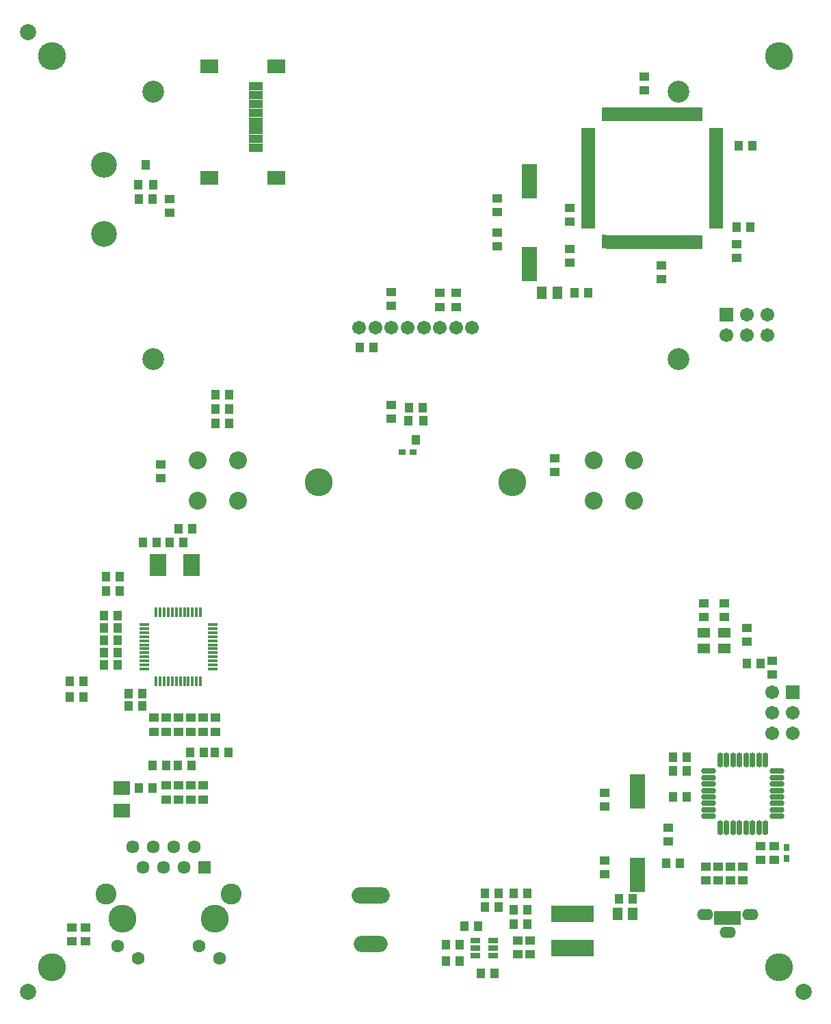
<source format=gbs>
G04 Layer_Color=16711935*
%FSLAX24Y24*%
%MOIN*%
G70*
G01*
G75*
%ADD70R,0.0474X0.0395*%
%ADD71R,0.0395X0.0474*%
%ADD72C,0.0787*%
%ADD79C,0.1360*%
%ADD80C,0.0039*%
%ADD81O,0.1655X0.0789*%
%ADD82O,0.1852X0.0789*%
%ADD83C,0.1261*%
%ADD84C,0.0671*%
%ADD85C,0.1064*%
%ADD86C,0.0867*%
%ADD87R,0.0634X0.0634*%
%ADD88C,0.0634*%
%ADD89C,0.1025*%
%ADD90C,0.0630*%
%ADD91O,0.0789X0.0552*%
%ADD92R,0.0671X0.0671*%
%ADD93R,0.0671X0.0671*%
%ADD94R,0.0887X0.0671*%
%ADD95R,0.0671X0.0395*%
%ADD96O,0.1220X0.0354*%
%ADD97O,0.1417X0.0354*%
%ADD98R,0.0671X0.0198*%
%ADD99R,0.0198X0.0671*%
%ADD100R,0.0730X0.1655*%
%ADD101R,0.0474X0.0631*%
%ADD102R,0.0415X0.0474*%
%ADD103R,0.0415X0.0474*%
%ADD104R,0.0356X0.0257*%
%ADD105R,0.0828X0.1064*%
%ADD106R,0.0474X0.0159*%
%ADD107R,0.0159X0.0474*%
%ADD108R,0.0789X0.0710*%
%ADD109R,0.0497X0.0316*%
%ADD110R,0.2088X0.0828*%
%ADD111R,0.0257X0.0671*%
%ADD112O,0.0730X0.0297*%
%ADD113O,0.0297X0.0730*%
%ADD114R,0.0257X0.0356*%
%ADD115R,0.0631X0.0474*%
D70*
X-4944Y6194D02*
D03*
Y6864D02*
D03*
X-2890Y7866D02*
D03*
Y7197D02*
D03*
X-10464Y7181D02*
D03*
Y6512D02*
D03*
Y9812D02*
D03*
Y10481D02*
D03*
X-14117Y3259D02*
D03*
Y2590D02*
D03*
X-14717Y3259D02*
D03*
Y2590D02*
D03*
X-30650Y13454D02*
D03*
Y14124D02*
D03*
X-32450Y13454D02*
D03*
Y14124D02*
D03*
X-30640Y10824D02*
D03*
Y10154D02*
D03*
X-31850Y10824D02*
D03*
Y10154D02*
D03*
X-31250Y10824D02*
D03*
Y10154D02*
D03*
X-20866Y34213D02*
D03*
Y34882D02*
D03*
X-4644Y19720D02*
D03*
X-4644Y19050D02*
D03*
X-5644Y19720D02*
D03*
X-5644Y19050D02*
D03*
X-30040Y10154D02*
D03*
X-30040Y10824D02*
D03*
X-35759Y3237D02*
D03*
X-35759Y3906D02*
D03*
X-29450Y14124D02*
D03*
X-29450Y13454D02*
D03*
X-30050Y14124D02*
D03*
X-30050Y13454D02*
D03*
X-31250Y14124D02*
D03*
X-31250Y13454D02*
D03*
X-31850Y14124D02*
D03*
X-31850Y13454D02*
D03*
X-36432Y3237D02*
D03*
X-36432Y3906D02*
D03*
X-18504Y34823D02*
D03*
X-18504Y34154D02*
D03*
X-17717Y34823D02*
D03*
X-17717Y34154D02*
D03*
X-31690Y39396D02*
D03*
X-31690Y38727D02*
D03*
X-32109Y26483D02*
D03*
X-32109Y25814D02*
D03*
X-12900Y26766D02*
D03*
X-12900Y26097D02*
D03*
X-20866Y28701D02*
D03*
X-20866Y29370D02*
D03*
X-8550Y45376D02*
D03*
Y44707D02*
D03*
X-4040Y36527D02*
D03*
X-4040Y37196D02*
D03*
X-7700Y35507D02*
D03*
Y36176D02*
D03*
X-12164Y38309D02*
D03*
Y38978D02*
D03*
X-15718Y38765D02*
D03*
Y39434D02*
D03*
Y37784D02*
D03*
Y37115D02*
D03*
X-12164Y36978D02*
D03*
X-12164Y36309D02*
D03*
X-7364Y8112D02*
D03*
X-7364Y8781D02*
D03*
X-3744Y6194D02*
D03*
X-3744Y6864D02*
D03*
X-4344Y6194D02*
D03*
X-4344Y6864D02*
D03*
X-5544Y6194D02*
D03*
Y6864D02*
D03*
X-2323Y16899D02*
D03*
X-2323Y16230D02*
D03*
X-2216Y7863D02*
D03*
X-2216Y7194D02*
D03*
X-3544Y18520D02*
D03*
Y17850D02*
D03*
D71*
X-16632Y3975D02*
D03*
X-17302D02*
D03*
X-14902Y4075D02*
D03*
X-14232D02*
D03*
X-14902Y4775D02*
D03*
X-14232D02*
D03*
X-16305Y4892D02*
D03*
X-15635D02*
D03*
X-34785Y20289D02*
D03*
X-34116D02*
D03*
X-34785Y20989D02*
D03*
X-34116D02*
D03*
X-33685Y15289D02*
D03*
X-33016D02*
D03*
X-34885Y16689D02*
D03*
X-34216D02*
D03*
X-34885Y17289D02*
D03*
X-34216D02*
D03*
X-34885Y18489D02*
D03*
X-34216D02*
D03*
X-34885Y17889D02*
D03*
X-34216D02*
D03*
X-33185Y10689D02*
D03*
X-32516D02*
D03*
X-34885Y19089D02*
D03*
X-34216D02*
D03*
X-30565Y23340D02*
D03*
X-31235D02*
D03*
X-32296Y22669D02*
D03*
X-32965D02*
D03*
X-21735Y32172D02*
D03*
X-22405D02*
D03*
X-11264Y34843D02*
D03*
X-11933Y34843D02*
D03*
X-16502Y1675D02*
D03*
X-15832Y1675D02*
D03*
X-18202Y3075D02*
D03*
X-17532Y3075D02*
D03*
X-14902Y5575D02*
D03*
X-14232Y5575D02*
D03*
X-9105Y5312D02*
D03*
X-9775Y5312D02*
D03*
X-16302Y5575D02*
D03*
X-15632Y5575D02*
D03*
X-17532Y2275D02*
D03*
X-18202Y2275D02*
D03*
X-30020Y12432D02*
D03*
X-30689Y12432D02*
D03*
X-29485Y12432D02*
D03*
X-28815Y12432D02*
D03*
X-28785Y29884D02*
D03*
X-29454Y29884D02*
D03*
X-28785Y29184D02*
D03*
X-29454Y29184D02*
D03*
X-28785Y28484D02*
D03*
X-29454Y28484D02*
D03*
X-32505Y11792D02*
D03*
X-31835Y11792D02*
D03*
X-30605Y11792D02*
D03*
X-31275Y11792D02*
D03*
X-33016Y14689D02*
D03*
X-33685Y14689D02*
D03*
X-30996Y22669D02*
D03*
X-31665Y22669D02*
D03*
X-33185Y39402D02*
D03*
X-32515Y39402D02*
D03*
X-19332Y29235D02*
D03*
X-20001Y29235D02*
D03*
X-3265Y41992D02*
D03*
X-3935D02*
D03*
X-3375Y38052D02*
D03*
X-4045D02*
D03*
X-36535Y15892D02*
D03*
X-35865Y15892D02*
D03*
X-36535Y15152D02*
D03*
X-35865Y15152D02*
D03*
X-6809Y7029D02*
D03*
X-7479Y7029D02*
D03*
X-7145Y10272D02*
D03*
X-6475D02*
D03*
X-7145Y11532D02*
D03*
X-6475Y11532D02*
D03*
X-7145Y12202D02*
D03*
X-6475Y12202D02*
D03*
X-3544Y16785D02*
D03*
X-2875Y16785D02*
D03*
D72*
X-787Y787D02*
D03*
X-38583Y47539D02*
D03*
X-38583Y787D02*
D03*
D79*
X-14961Y25591D02*
D03*
X-24409D02*
D03*
X-1969Y46358D02*
D03*
X-37402D02*
D03*
Y1969D02*
D03*
X-1969D02*
D03*
X-29472Y4331D02*
D03*
X-33972D02*
D03*
D80*
X-22294Y3102D02*
D03*
X-22186D02*
D03*
X-22029D02*
D03*
X-21861D02*
D03*
X-21733D02*
D03*
X-21586D02*
D03*
X-21428D02*
D03*
X-22393Y5464D02*
D03*
X-22235D02*
D03*
X-22107D02*
D03*
X-21989D02*
D03*
X-21861Y5464D02*
D03*
X-21714Y5464D02*
D03*
X-21586D02*
D03*
X-21458D02*
D03*
X-21330D02*
D03*
X-3528Y4552D02*
D03*
X-5486D02*
D03*
X-5696D02*
D03*
X-5546D02*
D03*
X-5646D02*
D03*
X-5429D02*
D03*
X-5744D02*
D03*
X-4383Y3673D02*
D03*
X-4593D02*
D03*
X-4443D02*
D03*
X-4543D02*
D03*
X-4327D02*
D03*
X-4642D02*
D03*
X-3214Y4552D02*
D03*
X-3430D02*
D03*
X-3330D02*
D03*
X-3480D02*
D03*
X-3270D02*
D03*
D81*
X-21861Y3102D02*
D03*
D82*
Y5464D02*
D03*
D83*
X-34862Y37717D02*
D03*
Y41063D02*
D03*
D84*
X-16929Y33130D02*
D03*
X-17717D02*
D03*
X-18504D02*
D03*
X-19291D02*
D03*
X-20079D02*
D03*
X-20866D02*
D03*
X-21654D02*
D03*
X-22441D02*
D03*
X-4530Y32772D02*
D03*
X-3530Y33772D02*
D03*
Y32772D02*
D03*
X-2530Y33772D02*
D03*
Y32772D02*
D03*
X-2310Y15382D02*
D03*
X-1310Y14382D02*
D03*
X-2310D02*
D03*
X-1310Y13382D02*
D03*
X-2310D02*
D03*
D85*
X-32480Y44626D02*
D03*
X-6890D02*
D03*
Y31594D02*
D03*
X-32480D02*
D03*
D86*
X-28346Y26673D02*
D03*
Y24705D02*
D03*
X-30315D02*
D03*
Y26673D02*
D03*
X-9055D02*
D03*
Y24705D02*
D03*
X-11024D02*
D03*
Y26673D02*
D03*
D87*
X-29970Y6827D02*
D03*
D88*
X-30470Y7827D02*
D03*
X-30970Y6827D02*
D03*
X-31474Y7827D02*
D03*
X-31974Y6827D02*
D03*
X-32474Y7827D02*
D03*
X-32974Y6827D02*
D03*
X-33474Y7827D02*
D03*
D89*
X-28661Y5531D02*
D03*
X-34783D02*
D03*
D90*
X-30231Y3000D02*
D03*
X-29231Y2402D02*
D03*
X-34212Y3000D02*
D03*
X-33212Y2402D02*
D03*
D91*
X-5586Y4552D02*
D03*
X-4483Y3674D02*
D03*
X-3370Y4552D02*
D03*
D92*
X-4530Y33772D02*
D03*
D93*
X-1310Y15382D02*
D03*
D94*
X-26466Y45855D02*
D03*
X-29734D02*
D03*
Y40442D02*
D03*
X-26466D02*
D03*
D95*
X-27490Y44920D02*
D03*
Y44487D02*
D03*
Y44054D02*
D03*
Y43621D02*
D03*
Y43188D02*
D03*
Y42755D02*
D03*
Y42322D02*
D03*
Y41889D02*
D03*
D96*
X-21861Y3102D02*
D03*
D97*
Y5464D02*
D03*
D98*
X-5045Y38059D02*
D03*
Y38256D02*
D03*
Y38453D02*
D03*
Y38650D02*
D03*
Y38846D02*
D03*
Y39043D02*
D03*
Y39240D02*
D03*
Y39437D02*
D03*
Y39634D02*
D03*
Y39831D02*
D03*
Y40028D02*
D03*
Y40224D02*
D03*
Y40421D02*
D03*
Y40618D02*
D03*
Y40815D02*
D03*
Y41012D02*
D03*
Y41209D02*
D03*
Y41406D02*
D03*
Y41602D02*
D03*
Y41799D02*
D03*
Y41996D02*
D03*
Y42193D02*
D03*
Y42390D02*
D03*
Y42587D02*
D03*
Y42783D02*
D03*
X-11264D02*
D03*
Y42587D02*
D03*
Y42390D02*
D03*
Y42193D02*
D03*
Y41996D02*
D03*
Y41799D02*
D03*
Y41602D02*
D03*
Y41406D02*
D03*
Y41209D02*
D03*
Y41012D02*
D03*
Y40815D02*
D03*
Y40618D02*
D03*
Y40421D02*
D03*
Y40224D02*
D03*
Y40028D02*
D03*
Y39831D02*
D03*
Y39634D02*
D03*
Y39437D02*
D03*
Y39240D02*
D03*
Y39043D02*
D03*
Y38846D02*
D03*
Y38650D02*
D03*
Y38453D02*
D03*
Y38256D02*
D03*
Y38059D02*
D03*
D99*
X-5792Y43523D02*
D03*
X-5989D02*
D03*
X-6186D02*
D03*
X-6383D02*
D03*
X-6579D02*
D03*
X-6776D02*
D03*
X-6973D02*
D03*
X-7170D02*
D03*
X-7367D02*
D03*
X-7564D02*
D03*
X-7760D02*
D03*
X-7957D02*
D03*
X-8154D02*
D03*
X-8351D02*
D03*
X-8548D02*
D03*
X-8745D02*
D03*
X-8942D02*
D03*
X-9138D02*
D03*
X-9335D02*
D03*
X-9532D02*
D03*
X-9729D02*
D03*
X-9926D02*
D03*
X-10123D02*
D03*
X-10320D02*
D03*
X-10516D02*
D03*
X-10516Y37325D02*
D03*
X-10320Y37319D02*
D03*
X-10123D02*
D03*
X-9926D02*
D03*
X-9729D02*
D03*
X-9532D02*
D03*
X-9335D02*
D03*
X-9138D02*
D03*
X-8942D02*
D03*
X-8745D02*
D03*
X-8548D02*
D03*
X-8351D02*
D03*
X-8154D02*
D03*
X-7957D02*
D03*
X-7760D02*
D03*
X-7564D02*
D03*
X-7367D02*
D03*
X-7170D02*
D03*
X-6973D02*
D03*
X-6776D02*
D03*
X-6579D02*
D03*
X-6383D02*
D03*
X-6186D02*
D03*
X-5989D02*
D03*
X-5792D02*
D03*
D100*
X-14155Y40272D02*
D03*
Y36224D02*
D03*
X-8880Y6487D02*
D03*
Y10535D02*
D03*
D101*
X-12790Y34843D02*
D03*
X-13538D02*
D03*
X-9854Y4569D02*
D03*
X-9106D02*
D03*
D102*
X-32476Y40119D02*
D03*
X-32850Y41064D02*
D03*
X-20040Y28608D02*
D03*
X-19666Y27663D02*
D03*
D103*
X-33224Y40119D02*
D03*
X-19292Y28608D02*
D03*
D104*
X-19813Y27067D02*
D03*
X-20344D02*
D03*
D105*
X-30623Y21569D02*
D03*
X-32237D02*
D03*
D106*
X-29577Y16506D02*
D03*
Y16703D02*
D03*
Y16900D02*
D03*
Y17097D02*
D03*
Y17294D02*
D03*
Y17491D02*
D03*
Y17687D02*
D03*
Y17884D02*
D03*
Y18081D02*
D03*
Y18278D02*
D03*
Y18475D02*
D03*
Y18672D02*
D03*
X-32924D02*
D03*
Y18475D02*
D03*
Y18278D02*
D03*
Y18081D02*
D03*
Y17884D02*
D03*
Y17687D02*
D03*
Y17491D02*
D03*
Y17294D02*
D03*
Y17097D02*
D03*
Y16900D02*
D03*
Y16703D02*
D03*
Y16506D02*
D03*
D107*
X-30168Y19262D02*
D03*
X-30365D02*
D03*
X-30561D02*
D03*
X-30758D02*
D03*
X-30955D02*
D03*
X-31152D02*
D03*
X-31349D02*
D03*
X-31546D02*
D03*
X-31743D02*
D03*
X-31939D02*
D03*
X-32136D02*
D03*
X-32333D02*
D03*
Y15916D02*
D03*
X-32136D02*
D03*
X-31939D02*
D03*
X-31743D02*
D03*
X-31546D02*
D03*
X-31349D02*
D03*
X-31152D02*
D03*
X-30955D02*
D03*
X-30758D02*
D03*
X-30561D02*
D03*
X-30365D02*
D03*
X-30168D02*
D03*
D108*
X-34020Y9590D02*
D03*
Y10693D02*
D03*
D109*
X-15899Y2901D02*
D03*
Y3274D02*
D03*
X-16766Y2526D02*
D03*
Y3274D02*
D03*
X-15899Y2526D02*
D03*
X-16766Y2901D02*
D03*
D110*
X-12040Y4569D02*
D03*
Y2915D02*
D03*
D111*
X-4995Y4367D02*
D03*
X-4739D02*
D03*
X-4483D02*
D03*
X-4227D02*
D03*
X-3971D02*
D03*
D112*
X-5398Y9327D02*
D03*
Y9642D02*
D03*
Y9957D02*
D03*
Y10272D02*
D03*
Y10587D02*
D03*
Y10902D02*
D03*
Y11217D02*
D03*
Y11531D02*
D03*
X-2091D02*
D03*
Y11217D02*
D03*
Y10902D02*
D03*
Y10587D02*
D03*
Y10272D02*
D03*
Y9957D02*
D03*
Y9642D02*
D03*
Y9327D02*
D03*
D113*
X-4846Y12083D02*
D03*
X-4531D02*
D03*
X-4217D02*
D03*
X-3902D02*
D03*
X-3587D02*
D03*
X-3272D02*
D03*
X-2957D02*
D03*
X-2642D02*
D03*
Y8776D02*
D03*
X-2957D02*
D03*
X-3272D02*
D03*
X-3587D02*
D03*
X-3902D02*
D03*
X-4217D02*
D03*
X-4531D02*
D03*
X-4846D02*
D03*
D114*
X-1616Y7794D02*
D03*
Y7263D02*
D03*
D115*
X-5644Y18259D02*
D03*
Y17511D02*
D03*
X-4644Y18259D02*
D03*
Y17511D02*
D03*
M02*

</source>
